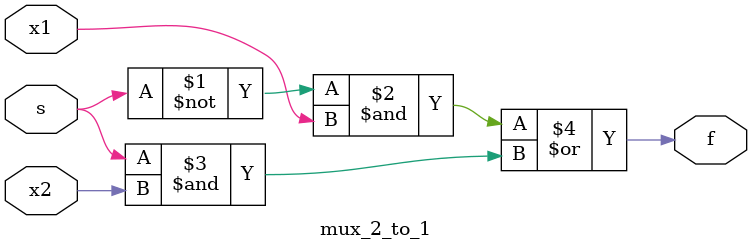
<source format=v>
module mux_2_to_1 (x1, x2, s, f); 
	input x1, x2, s;
	output f;
	
	assign f = (~s&x1)|(s&x2);

endmodule
</source>
